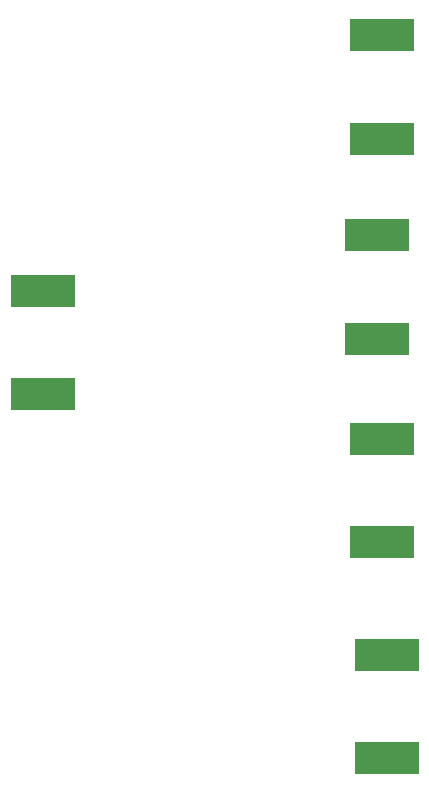
<source format=gbs>
G04 #@! TF.FileFunction,Soldermask,Bot*
%FSLAX46Y46*%
G04 Gerber Fmt 4.6, Leading zero omitted, Abs format (unit mm)*
G04 Created by KiCad (PCBNEW 4.0.2+dfsg1-stable) date Mo 06 Nov 2017 22:22:18 CET*
%MOMM*%
G01*
G04 APERTURE LIST*
%ADD10C,1.000000*%
%ADD11R,5.480000X2.820000*%
G04 APERTURE END LIST*
D10*
D11*
X133820000Y-87880000D03*
X133820000Y-79120000D03*
X133820000Y-122030000D03*
X133820000Y-113270000D03*
X105080000Y-100720000D03*
X105080000Y-109480000D03*
X133370000Y-104780000D03*
X133370000Y-96020000D03*
X134220000Y-140330000D03*
X134220000Y-131570000D03*
M02*

</source>
